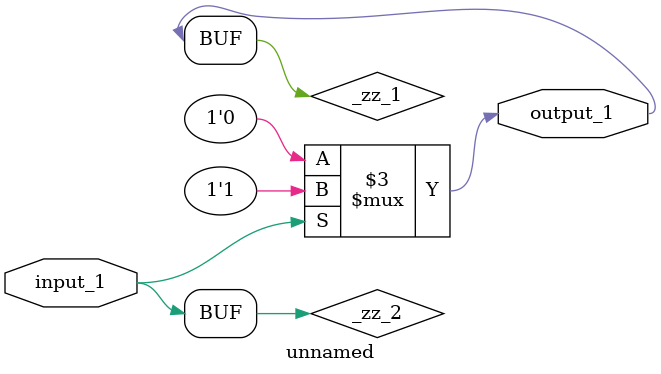
<source format=v>



module unnamed (
  input      [0:0]    input_1,
  output     [0:0]    output_1
);
  reg        [0:0]    _zz_1;
  wire       [0:0]    _zz_2;

  assign _zz_2 = input_1[0];
  always @(*) begin
    case(_zz_2)
      1'b0 : begin
        _zz_1 = 1'b0;
      end
      default : begin
        _zz_1 = 1'b1;
      end
    endcase
  end

  assign output_1 = _zz_1;

endmodule

</source>
